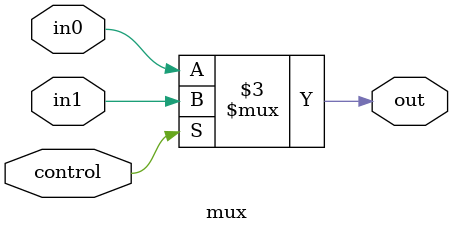
<source format=v>
module mux (
		input wire control,
		input wire in0,
		input wire in1,
		output reg out
);

	always @(*) begin
		out <= (control == 0)?in0:in1;
	end

endmodule
</source>
